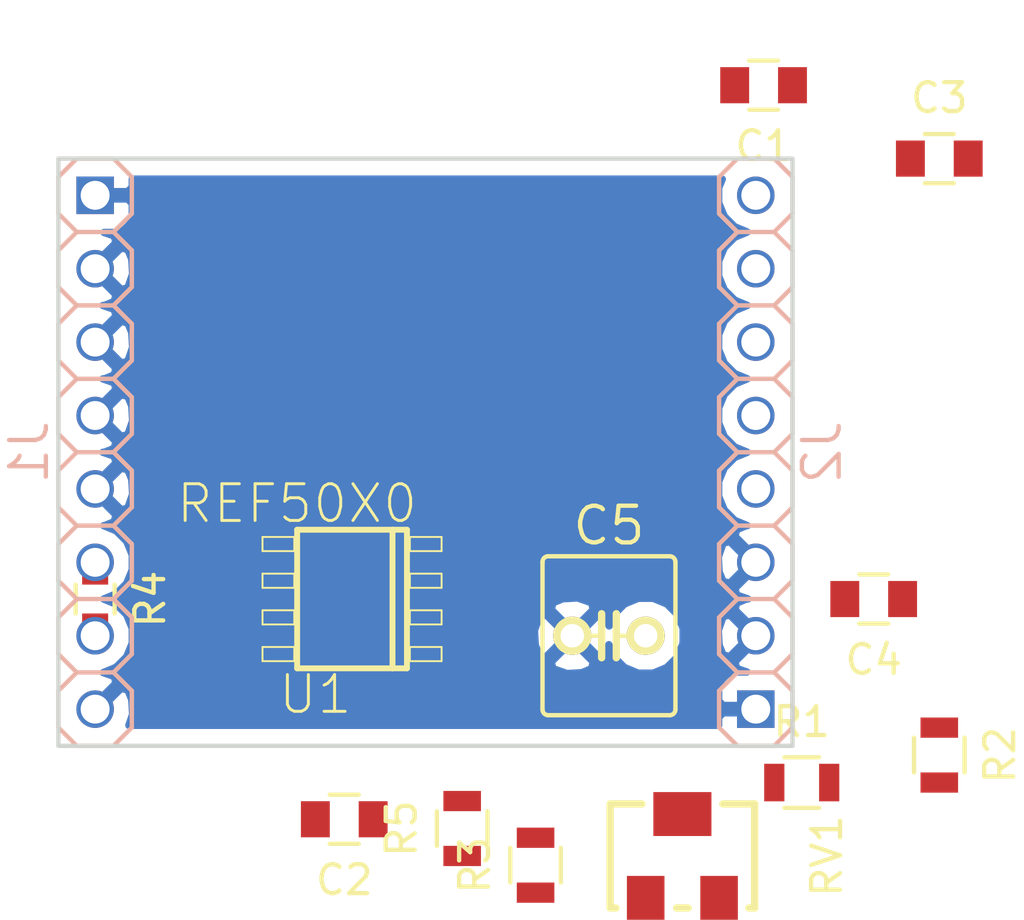
<source format=kicad_pcb>
(kicad_pcb (version 4) (host pcbnew 4.0.4+e1-6308~48~ubuntu16.04.1-stable)

  (general
    (links 32)
    (no_connects 23)
    (area 123.114999 72.314999 148.665001 92.785001)
    (thickness 1.6)
    (drawings 4)
    (tracks 0)
    (zones 0)
    (modules 14)
    (nets 12)
  )

  (page A4)
  (layers
    (0 F.Cu signal)
    (31 B.Cu signal)
    (32 B.Adhes user)
    (33 F.Adhes user)
    (34 B.Paste user)
    (35 F.Paste user)
    (36 B.SilkS user)
    (37 F.SilkS user)
    (38 B.Mask user)
    (39 F.Mask user)
    (40 Dwgs.User user)
    (41 Cmts.User user)
    (42 Eco1.User user)
    (43 Eco2.User user)
    (44 Edge.Cuts user)
    (45 Margin user)
    (46 B.CrtYd user)
    (47 F.CrtYd user)
    (48 B.Fab user)
    (49 F.Fab user)
  )

  (setup
    (last_trace_width 0.25)
    (trace_clearance 0.2)
    (zone_clearance 0.508)
    (zone_45_only no)
    (trace_min 0.2)
    (segment_width 0.2)
    (edge_width 0.15)
    (via_size 0.6)
    (via_drill 0.4)
    (via_min_size 0.4)
    (via_min_drill 0.3)
    (uvia_size 0.3)
    (uvia_drill 0.1)
    (uvias_allowed no)
    (uvia_min_size 0.2)
    (uvia_min_drill 0.1)
    (pcb_text_width 0.3)
    (pcb_text_size 1.5 1.5)
    (mod_edge_width 0.15)
    (mod_text_size 1 1)
    (mod_text_width 0.15)
    (pad_size 1.524 1.524)
    (pad_drill 0.762)
    (pad_to_mask_clearance 0.1)
    (aux_axis_origin 0 0)
    (visible_elements FFFFFF7F)
    (pcbplotparams
      (layerselection 0x00030_80000001)
      (usegerberextensions false)
      (excludeedgelayer true)
      (linewidth 0.100000)
      (plotframeref false)
      (viasonmask false)
      (mode 1)
      (useauxorigin false)
      (hpglpennumber 1)
      (hpglpenspeed 20)
      (hpglpendiameter 15)
      (hpglpenoverlay 2)
      (psnegative false)
      (psa4output false)
      (plotreference true)
      (plotvalue true)
      (plotinvisibletext false)
      (padsonsilk false)
      (subtractmaskfromsilk false)
      (outputformat 1)
      (mirror false)
      (drillshape 1)
      (scaleselection 1)
      (outputdirectory ""))
  )

  (net 0 "")
  (net 1 GND)
  (net 2 "Net-(C2-Pad1)")
  (net 3 "Net-(C3-Pad2)")
  (net 4 "Net-(R1-Pad1)")
  (net 5 "Net-(R3-Pad1)")
  (net 6 Vin)
  (net 7 Vref)
  (net 8 Sense)
  (net 9 RefTemp)
  (net 10 HeaterGround)
  (net 11 "Net-(R5-Pad2)")

  (net_class Default "This is the default net class."
    (clearance 0.2)
    (trace_width 0.25)
    (via_dia 0.6)
    (via_drill 0.4)
    (uvia_dia 0.3)
    (uvia_drill 0.1)
    (add_net GND)
    (add_net HeaterGround)
    (add_net "Net-(C2-Pad1)")
    (add_net "Net-(C3-Pad2)")
    (add_net "Net-(R1-Pad1)")
    (add_net "Net-(R3-Pad1)")
    (add_net "Net-(R5-Pad2)")
    (add_net RefTemp)
    (add_net Sense)
    (add_net Vin)
    (add_net Vref)
  )

  (module Capacitors_SMD:C_0805 (layer F.Cu) (tedit 5415D6EA) (tstamp 585AF2FD)
    (at 147.59 69.85 180)
    (descr "Capacitor SMD 0805, reflow soldering, AVX (see smccp.pdf)")
    (tags "capacitor 0805")
    (path /58545FD9)
    (attr smd)
    (fp_text reference C1 (at 0 -2.1 180) (layer F.SilkS)
      (effects (font (size 1 1) (thickness 0.15)))
    )
    (fp_text value 1u (at 0 2.1 180) (layer F.Fab)
      (effects (font (size 1 1) (thickness 0.15)))
    )
    (fp_line (start -1 0.625) (end -1 -0.625) (layer F.Fab) (width 0.15))
    (fp_line (start 1 0.625) (end -1 0.625) (layer F.Fab) (width 0.15))
    (fp_line (start 1 -0.625) (end 1 0.625) (layer F.Fab) (width 0.15))
    (fp_line (start -1 -0.625) (end 1 -0.625) (layer F.Fab) (width 0.15))
    (fp_line (start -1.8 -1) (end 1.8 -1) (layer F.CrtYd) (width 0.05))
    (fp_line (start -1.8 1) (end 1.8 1) (layer F.CrtYd) (width 0.05))
    (fp_line (start -1.8 -1) (end -1.8 1) (layer F.CrtYd) (width 0.05))
    (fp_line (start 1.8 -1) (end 1.8 1) (layer F.CrtYd) (width 0.05))
    (fp_line (start 0.5 -0.85) (end -0.5 -0.85) (layer F.SilkS) (width 0.15))
    (fp_line (start -0.5 0.85) (end 0.5 0.85) (layer F.SilkS) (width 0.15))
    (pad 1 smd rect (at -1 0 180) (size 1 1.25) (layers F.Cu F.Paste F.Mask)
      (net 1 GND))
    (pad 2 smd rect (at 1 0 180) (size 1 1.25) (layers F.Cu F.Paste F.Mask)
      (net 6 Vin))
    (model Capacitors_SMD.3dshapes/C_0805.wrl
      (at (xyz 0 0 0))
      (scale (xyz 1 1 1))
      (rotate (xyz 0 0 0))
    )
  )

  (module Capacitors_SMD:C_0805 (layer F.Cu) (tedit 5415D6EA) (tstamp 585AF30D)
    (at 133.08 95.25 180)
    (descr "Capacitor SMD 0805, reflow soldering, AVX (see smccp.pdf)")
    (tags "capacitor 0805")
    (path /58545DF7)
    (attr smd)
    (fp_text reference C2 (at 0 -2.1 180) (layer F.SilkS)
      (effects (font (size 1 1) (thickness 0.15)))
    )
    (fp_text value 1u (at 0 2.1 180) (layer F.Fab)
      (effects (font (size 1 1) (thickness 0.15)))
    )
    (fp_line (start -1 0.625) (end -1 -0.625) (layer F.Fab) (width 0.15))
    (fp_line (start 1 0.625) (end -1 0.625) (layer F.Fab) (width 0.15))
    (fp_line (start 1 -0.625) (end 1 0.625) (layer F.Fab) (width 0.15))
    (fp_line (start -1 -0.625) (end 1 -0.625) (layer F.Fab) (width 0.15))
    (fp_line (start -1.8 -1) (end 1.8 -1) (layer F.CrtYd) (width 0.05))
    (fp_line (start -1.8 1) (end 1.8 1) (layer F.CrtYd) (width 0.05))
    (fp_line (start -1.8 -1) (end -1.8 1) (layer F.CrtYd) (width 0.05))
    (fp_line (start 1.8 -1) (end 1.8 1) (layer F.CrtYd) (width 0.05))
    (fp_line (start 0.5 -0.85) (end -0.5 -0.85) (layer F.SilkS) (width 0.15))
    (fp_line (start -0.5 0.85) (end 0.5 0.85) (layer F.SilkS) (width 0.15))
    (pad 1 smd rect (at -1 0 180) (size 1 1.25) (layers F.Cu F.Paste F.Mask)
      (net 2 "Net-(C2-Pad1)"))
    (pad 2 smd rect (at 1 0 180) (size 1 1.25) (layers F.Cu F.Paste F.Mask)
      (net 1 GND))
    (model Capacitors_SMD.3dshapes/C_0805.wrl
      (at (xyz 0 0 0))
      (scale (xyz 1 1 1))
      (rotate (xyz 0 0 0))
    )
  )

  (module Capacitors_SMD:C_0805 (layer F.Cu) (tedit 5415D6EA) (tstamp 585AF31D)
    (at 153.67 72.39)
    (descr "Capacitor SMD 0805, reflow soldering, AVX (see smccp.pdf)")
    (tags "capacitor 0805")
    (path /5854616F)
    (attr smd)
    (fp_text reference C3 (at 0 -2.1) (layer F.SilkS)
      (effects (font (size 1 1) (thickness 0.15)))
    )
    (fp_text value 10u (at 0.508 6.985) (layer F.Fab)
      (effects (font (size 1 1) (thickness 0.15)))
    )
    (fp_line (start -1 0.625) (end -1 -0.625) (layer F.Fab) (width 0.15))
    (fp_line (start 1 0.625) (end -1 0.625) (layer F.Fab) (width 0.15))
    (fp_line (start 1 -0.625) (end 1 0.625) (layer F.Fab) (width 0.15))
    (fp_line (start -1 -0.625) (end 1 -0.625) (layer F.Fab) (width 0.15))
    (fp_line (start -1.8 -1) (end 1.8 -1) (layer F.CrtYd) (width 0.05))
    (fp_line (start -1.8 1) (end 1.8 1) (layer F.CrtYd) (width 0.05))
    (fp_line (start -1.8 -1) (end -1.8 1) (layer F.CrtYd) (width 0.05))
    (fp_line (start 1.8 -1) (end 1.8 1) (layer F.CrtYd) (width 0.05))
    (fp_line (start 0.5 -0.85) (end -0.5 -0.85) (layer F.SilkS) (width 0.15))
    (fp_line (start -0.5 0.85) (end 0.5 0.85) (layer F.SilkS) (width 0.15))
    (pad 1 smd rect (at -1 0) (size 1 1.25) (layers F.Cu F.Paste F.Mask)
      (net 1 GND))
    (pad 2 smd rect (at 1 0) (size 1 1.25) (layers F.Cu F.Paste F.Mask)
      (net 3 "Net-(C3-Pad2)"))
    (model Capacitors_SMD.3dshapes/C_0805.wrl
      (at (xyz 0 0 0))
      (scale (xyz 1 1 1))
      (rotate (xyz 0 0 0))
    )
  )

  (module Capacitors_SMD:C_0805 (layer F.Cu) (tedit 5415D6EA) (tstamp 585AF32D)
    (at 151.4 87.63 180)
    (descr "Capacitor SMD 0805, reflow soldering, AVX (see smccp.pdf)")
    (tags "capacitor 0805")
    (path /585461DE)
    (attr smd)
    (fp_text reference C4 (at 0 -2.1 180) (layer F.SilkS)
      (effects (font (size 1 1) (thickness 0.15)))
    )
    (fp_text value 1u (at 0 2.1 180) (layer F.Fab)
      (effects (font (size 1 1) (thickness 0.15)))
    )
    (fp_line (start -1 0.625) (end -1 -0.625) (layer F.Fab) (width 0.15))
    (fp_line (start 1 0.625) (end -1 0.625) (layer F.Fab) (width 0.15))
    (fp_line (start 1 -0.625) (end 1 0.625) (layer F.Fab) (width 0.15))
    (fp_line (start -1 -0.625) (end 1 -0.625) (layer F.Fab) (width 0.15))
    (fp_line (start -1.8 -1) (end 1.8 -1) (layer F.CrtYd) (width 0.05))
    (fp_line (start -1.8 1) (end 1.8 1) (layer F.CrtYd) (width 0.05))
    (fp_line (start -1.8 -1) (end -1.8 1) (layer F.CrtYd) (width 0.05))
    (fp_line (start 1.8 -1) (end 1.8 1) (layer F.CrtYd) (width 0.05))
    (fp_line (start 0.5 -0.85) (end -0.5 -0.85) (layer F.SilkS) (width 0.15))
    (fp_line (start -0.5 0.85) (end 0.5 0.85) (layer F.SilkS) (width 0.15))
    (pad 1 smd rect (at -1 0 180) (size 1 1.25) (layers F.Cu F.Paste F.Mask)
      (net 1 GND))
    (pad 2 smd rect (at 1 0 180) (size 1 1.25) (layers F.Cu F.Paste F.Mask)
      (net 7 Vref))
    (model Capacitors_SMD.3dshapes/C_0805.wrl
      (at (xyz 0 0 0))
      (scale (xyz 1 1 1))
      (rotate (xyz 0 0 0))
    )
  )

  (module Resistors_SMD:R_0805 (layer F.Cu) (tedit 58307B54) (tstamp 585AF351)
    (at 148.91 93.98)
    (descr "Resistor SMD 0805, reflow soldering, Vishay (see dcrcw.pdf)")
    (tags "resistor 0805")
    (path /58546469)
    (attr smd)
    (fp_text reference R1 (at 0 -2.1) (layer F.SilkS)
      (effects (font (size 1 1) (thickness 0.15)))
    )
    (fp_text value 470k (at 0 2.1) (layer F.Fab)
      (effects (font (size 1 1) (thickness 0.15)))
    )
    (fp_line (start -1 0.625) (end -1 -0.625) (layer F.Fab) (width 0.1))
    (fp_line (start 1 0.625) (end -1 0.625) (layer F.Fab) (width 0.1))
    (fp_line (start 1 -0.625) (end 1 0.625) (layer F.Fab) (width 0.1))
    (fp_line (start -1 -0.625) (end 1 -0.625) (layer F.Fab) (width 0.1))
    (fp_line (start -1.6 -1) (end 1.6 -1) (layer F.CrtYd) (width 0.05))
    (fp_line (start -1.6 1) (end 1.6 1) (layer F.CrtYd) (width 0.05))
    (fp_line (start -1.6 -1) (end -1.6 1) (layer F.CrtYd) (width 0.05))
    (fp_line (start 1.6 -1) (end 1.6 1) (layer F.CrtYd) (width 0.05))
    (fp_line (start 0.6 0.875) (end -0.6 0.875) (layer F.SilkS) (width 0.15))
    (fp_line (start -0.6 -0.875) (end 0.6 -0.875) (layer F.SilkS) (width 0.15))
    (pad 1 smd rect (at -0.95 0) (size 0.7 1.3) (layers F.Cu F.Paste F.Mask)
      (net 4 "Net-(R1-Pad1)"))
    (pad 2 smd rect (at 0.95 0) (size 0.7 1.3) (layers F.Cu F.Paste F.Mask)
      (net 2 "Net-(C2-Pad1)"))
    (model Resistors_SMD.3dshapes/R_0805.wrl
      (at (xyz 0 0 0))
      (scale (xyz 1 1 1))
      (rotate (xyz 0 0 0))
    )
  )

  (module Resistors_SMD:R_0805 (layer F.Cu) (tedit 58307B54) (tstamp 585AF361)
    (at 153.67 93.03 270)
    (descr "Resistor SMD 0805, reflow soldering, Vishay (see dcrcw.pdf)")
    (tags "resistor 0805")
    (path /58546B54)
    (attr smd)
    (fp_text reference R2 (at 0 -2.1 270) (layer F.SilkS)
      (effects (font (size 1 1) (thickness 0.15)))
    )
    (fp_text value 1 (at 0 2.1 270) (layer F.Fab)
      (effects (font (size 1 1) (thickness 0.15)))
    )
    (fp_line (start -1 0.625) (end -1 -0.625) (layer F.Fab) (width 0.1))
    (fp_line (start 1 0.625) (end -1 0.625) (layer F.Fab) (width 0.1))
    (fp_line (start 1 -0.625) (end 1 0.625) (layer F.Fab) (width 0.1))
    (fp_line (start -1 -0.625) (end 1 -0.625) (layer F.Fab) (width 0.1))
    (fp_line (start -1.6 -1) (end 1.6 -1) (layer F.CrtYd) (width 0.05))
    (fp_line (start -1.6 1) (end 1.6 1) (layer F.CrtYd) (width 0.05))
    (fp_line (start -1.6 -1) (end -1.6 1) (layer F.CrtYd) (width 0.05))
    (fp_line (start 1.6 -1) (end 1.6 1) (layer F.CrtYd) (width 0.05))
    (fp_line (start 0.6 0.875) (end -0.6 0.875) (layer F.SilkS) (width 0.15))
    (fp_line (start -0.6 -0.875) (end 0.6 -0.875) (layer F.SilkS) (width 0.15))
    (pad 1 smd rect (at -0.95 0 270) (size 0.7 1.3) (layers F.Cu F.Paste F.Mask)
      (net 3 "Net-(C3-Pad2)"))
    (pad 2 smd rect (at 0.95 0 270) (size 0.7 1.3) (layers F.Cu F.Paste F.Mask)
      (net 7 Vref))
    (model Resistors_SMD.3dshapes/R_0805.wrl
      (at (xyz 0 0 0))
      (scale (xyz 1 1 1))
      (rotate (xyz 0 0 0))
    )
  )

  (module Resistors_SMD:R_0805 (layer F.Cu) (tedit 58307B54) (tstamp 585AF371)
    (at 139.7 96.84 90)
    (descr "Resistor SMD 0805, reflow soldering, Vishay (see dcrcw.pdf)")
    (tags "resistor 0805")
    (path /585467AF)
    (attr smd)
    (fp_text reference R3 (at 0 -2.1 90) (layer F.SilkS)
      (effects (font (size 1 1) (thickness 0.15)))
    )
    (fp_text value 1k (at 0 2.1 90) (layer F.Fab)
      (effects (font (size 1 1) (thickness 0.15)))
    )
    (fp_line (start -1 0.625) (end -1 -0.625) (layer F.Fab) (width 0.1))
    (fp_line (start 1 0.625) (end -1 0.625) (layer F.Fab) (width 0.1))
    (fp_line (start 1 -0.625) (end 1 0.625) (layer F.Fab) (width 0.1))
    (fp_line (start -1 -0.625) (end 1 -0.625) (layer F.Fab) (width 0.1))
    (fp_line (start -1.6 -1) (end 1.6 -1) (layer F.CrtYd) (width 0.05))
    (fp_line (start -1.6 1) (end 1.6 1) (layer F.CrtYd) (width 0.05))
    (fp_line (start -1.6 -1) (end -1.6 1) (layer F.CrtYd) (width 0.05))
    (fp_line (start 1.6 -1) (end 1.6 1) (layer F.CrtYd) (width 0.05))
    (fp_line (start 0.6 0.875) (end -0.6 0.875) (layer F.SilkS) (width 0.15))
    (fp_line (start -0.6 -0.875) (end 0.6 -0.875) (layer F.SilkS) (width 0.15))
    (pad 1 smd rect (at -0.95 0 90) (size 0.7 1.3) (layers F.Cu F.Paste F.Mask)
      (net 5 "Net-(R3-Pad1)"))
    (pad 2 smd rect (at 0.95 0 90) (size 0.7 1.3) (layers F.Cu F.Paste F.Mask)
      (net 1 GND))
    (model Resistors_SMD.3dshapes/R_0805.wrl
      (at (xyz 0 0 0))
      (scale (xyz 1 1 1))
      (rotate (xyz 0 0 0))
    )
  )

  (module SquantorIC:SquantorIC-SO08 (layer F.Cu) (tedit 200000) (tstamp 585AF472)
    (at 133.35 87.63 90)
    (descr "SMALL OUTLINE PACKAGE 8")
    (tags "SMALL OUTLINE PACKAGE 8")
    (path /584C8585)
    (attr smd)
    (fp_text reference U1 (at -3.302 -1.27 180) (layer F.SilkS)
      (effects (font (size 1.27 1.27) (thickness 0.1016)))
    )
    (fp_text value REF50X0 (at 3.302 -1.905 180) (layer F.SilkS)
      (effects (font (size 1.27 1.27) (thickness 0.1016)))
    )
    (fp_line (start -2.14884 3.0988) (end -1.65862 3.0988) (layer F.SilkS) (width 0.06604))
    (fp_line (start -1.65862 3.0988) (end -1.65862 1.99898) (layer F.SilkS) (width 0.06604))
    (fp_line (start -2.14884 1.99898) (end -1.65862 1.99898) (layer F.SilkS) (width 0.06604))
    (fp_line (start -2.14884 3.0988) (end -2.14884 1.99898) (layer F.SilkS) (width 0.06604))
    (fp_line (start -0.87884 3.0988) (end -0.38862 3.0988) (layer F.SilkS) (width 0.06604))
    (fp_line (start -0.38862 3.0988) (end -0.38862 1.99898) (layer F.SilkS) (width 0.06604))
    (fp_line (start -0.87884 1.99898) (end -0.38862 1.99898) (layer F.SilkS) (width 0.06604))
    (fp_line (start -0.87884 3.0988) (end -0.87884 1.99898) (layer F.SilkS) (width 0.06604))
    (fp_line (start 0.38862 3.0988) (end 0.87884 3.0988) (layer F.SilkS) (width 0.06604))
    (fp_line (start 0.87884 3.0988) (end 0.87884 1.99898) (layer F.SilkS) (width 0.06604))
    (fp_line (start 0.38862 1.99898) (end 0.87884 1.99898) (layer F.SilkS) (width 0.06604))
    (fp_line (start 0.38862 3.0988) (end 0.38862 1.99898) (layer F.SilkS) (width 0.06604))
    (fp_line (start 1.65862 3.0988) (end 2.14884 3.0988) (layer F.SilkS) (width 0.06604))
    (fp_line (start 2.14884 3.0988) (end 2.14884 1.99898) (layer F.SilkS) (width 0.06604))
    (fp_line (start 1.65862 1.99898) (end 2.14884 1.99898) (layer F.SilkS) (width 0.06604))
    (fp_line (start 1.65862 3.0988) (end 1.65862 1.99898) (layer F.SilkS) (width 0.06604))
    (fp_line (start 1.65862 -1.99898) (end 2.14884 -1.99898) (layer F.SilkS) (width 0.06604))
    (fp_line (start 2.14884 -1.99898) (end 2.14884 -3.0988) (layer F.SilkS) (width 0.06604))
    (fp_line (start 1.65862 -3.0988) (end 2.14884 -3.0988) (layer F.SilkS) (width 0.06604))
    (fp_line (start 1.65862 -1.99898) (end 1.65862 -3.0988) (layer F.SilkS) (width 0.06604))
    (fp_line (start 0.38862 -1.99898) (end 0.87884 -1.99898) (layer F.SilkS) (width 0.06604))
    (fp_line (start 0.87884 -1.99898) (end 0.87884 -3.0988) (layer F.SilkS) (width 0.06604))
    (fp_line (start 0.38862 -3.0988) (end 0.87884 -3.0988) (layer F.SilkS) (width 0.06604))
    (fp_line (start 0.38862 -1.99898) (end 0.38862 -3.0988) (layer F.SilkS) (width 0.06604))
    (fp_line (start -0.87884 -1.99898) (end -0.38862 -1.99898) (layer F.SilkS) (width 0.06604))
    (fp_line (start -0.38862 -1.99898) (end -0.38862 -3.0988) (layer F.SilkS) (width 0.06604))
    (fp_line (start -0.87884 -3.0988) (end -0.38862 -3.0988) (layer F.SilkS) (width 0.06604))
    (fp_line (start -0.87884 -1.99898) (end -0.87884 -3.0988) (layer F.SilkS) (width 0.06604))
    (fp_line (start -2.14884 -1.99898) (end -1.65862 -1.99898) (layer F.SilkS) (width 0.06604))
    (fp_line (start -1.65862 -1.99898) (end -1.65862 -3.0988) (layer F.SilkS) (width 0.06604))
    (fp_line (start -2.14884 -3.0988) (end -1.65862 -3.0988) (layer F.SilkS) (width 0.06604))
    (fp_line (start -2.14884 -1.99898) (end -2.14884 -3.0988) (layer F.SilkS) (width 0.06604))
    (fp_line (start 2.39776 -1.89992) (end 2.39776 1.39954) (layer F.SilkS) (width 0.2032))
    (fp_line (start 2.39776 1.39954) (end 2.39776 1.89992) (layer F.SilkS) (width 0.2032))
    (fp_line (start 2.39776 1.89992) (end -2.39776 1.89992) (layer F.SilkS) (width 0.2032))
    (fp_line (start -2.39776 1.89992) (end -2.39776 1.39954) (layer F.SilkS) (width 0.2032))
    (fp_line (start -2.39776 1.39954) (end -2.39776 -1.89992) (layer F.SilkS) (width 0.2032))
    (fp_line (start -2.39776 -1.89992) (end 2.39776 -1.89992) (layer F.SilkS) (width 0.2032))
    (fp_line (start 2.39776 1.39954) (end -2.39776 1.39954) (layer F.SilkS) (width 0.2032))
    (pad 1 smd rect (at -1.905 2.59842 90) (size 0.59944 2.19964) (layers F.Cu F.Paste F.Mask))
    (pad 2 smd rect (at -0.635 2.59842 90) (size 0.59944 2.19964) (layers F.Cu F.Paste F.Mask)
      (net 6 Vin))
    (pad 3 smd rect (at 0.635 2.59842 90) (size 0.59944 2.19964) (layers F.Cu F.Paste F.Mask)
      (net 9 RefTemp))
    (pad 4 smd rect (at 1.905 2.59842 90) (size 0.59944 2.19964) (layers F.Cu F.Paste F.Mask)
      (net 1 GND))
    (pad 5 smd rect (at 1.905 -2.59842 90) (size 0.59944 2.19964) (layers F.Cu F.Paste F.Mask)
      (net 2 "Net-(C2-Pad1)"))
    (pad 6 smd rect (at 0.635 -2.59842 90) (size 0.59944 2.19964) (layers F.Cu F.Paste F.Mask)
      (net 7 Vref))
    (pad 7 smd rect (at -0.635 -2.59842 90) (size 0.59944 2.19964) (layers F.Cu F.Paste F.Mask))
    (pad 8 smd rect (at -1.905 -2.59842 90) (size 0.59944 2.19964) (layers F.Cu F.Paste F.Mask))
  )

  (module SquantorRcl:C025-055X046 (layer F.Cu) (tedit 5870D9DB) (tstamp 5871A647)
    (at 142.24 88.9)
    (descr CAPACITOR)
    (tags CAPACITOR)
    (path /58714F31)
    (attr virtual)
    (fp_text reference C5 (at 0 -3.81) (layer F.SilkS)
      (effects (font (size 1.27 1.27) (thickness 0.15)))
    )
    (fp_text value 4.7u (at 0 3.81) (layer F.Fab)
      (effects (font (size 1.27 1.27) (thickness 0.15)))
    )
    (fp_line (start -2.1 -2.75) (end 2.1 -2.75) (layer F.SilkS) (width 0.1524))
    (fp_line (start 2.1 2.75) (end -2.1 2.75) (layer F.SilkS) (width 0.1524))
    (fp_line (start 2.3 -2.55) (end 2.3 2.55) (layer F.SilkS) (width 0.1524))
    (fp_line (start -2.3 -2.55) (end -2.3 2.55) (layer F.SilkS) (width 0.1524))
    (fp_line (start 0.762 0) (end 0.381 0) (layer F.SilkS) (width 0.1524))
    (fp_line (start 0.381 0) (end 0.254 0) (layer F.SilkS) (width 0.1524))
    (fp_line (start 0.254 0) (end 0.254 -0.762) (layer F.SilkS) (width 0.254))
    (fp_line (start 0.254 0) (end 0.254 0.762) (layer F.SilkS) (width 0.254))
    (fp_line (start -0.254 -0.762) (end -0.254 0) (layer F.SilkS) (width 0.254))
    (fp_line (start -0.254 0) (end -0.254 0.762) (layer F.SilkS) (width 0.254))
    (fp_line (start -0.254 0) (end -0.381 0) (layer F.SilkS) (width 0.1524))
    (fp_line (start -0.381 0) (end -0.762 0) (layer F.SilkS) (width 0.1524))
    (fp_arc (start 2.1 -2.55) (end 2.1 -2.75) (angle 90) (layer F.SilkS) (width 0.1524))
    (fp_arc (start -2.1 -2.55) (end -2.3 -2.53) (angle 93) (layer F.SilkS) (width 0.1524))
    (fp_arc (start 2.1 2.55) (end 2.3 2.55) (angle 90) (layer F.SilkS) (width 0.1524))
    (fp_arc (start -2.1 2.55) (end -2.1 2.75) (angle 90) (layer F.SilkS) (width 0.1524))
    (pad 1 thru_hole circle (at -1.27 0) (size 1.3208 1.3208) (drill 0.8128) (layers *.Cu *.Mask F.Paste F.SilkS)
      (net 1 GND))
    (pad 2 thru_hole circle (at 1.27 0) (size 1.3208 1.3208) (drill 0.8128) (layers *.Cu *.Mask F.Paste F.SilkS)
      (net 3 "Net-(C3-Pad2)"))
  )

  (module SquantorConnectors:Header-0254-1X08-H010 (layer B.Cu) (tedit 58711B53) (tstamp 5871A648)
    (at 124.46 82.55 270)
    (descr "PIN HEADER")
    (tags "PIN HEADER")
    (path /587141B7)
    (attr virtual)
    (fp_text reference J1 (at 0 2.286 270) (layer B.SilkS)
      (effects (font (size 1.27 1.27) (thickness 0.15)) (justify mirror))
    )
    (fp_text value PINS_1X8 (at 0 -2.413 270) (layer B.Fab)
      (effects (font (size 1.27 1.27) (thickness 0.15)) (justify mirror))
    )
    (fp_line (start 5.715 1.27) (end 6.985 1.27) (layer B.SilkS) (width 0.1524))
    (fp_line (start 6.985 1.27) (end 7.62 0.635) (layer B.SilkS) (width 0.1524))
    (fp_line (start 7.62 0.635) (end 7.62 -0.635) (layer B.SilkS) (width 0.1524))
    (fp_line (start 7.62 -0.635) (end 6.985 -1.27) (layer B.SilkS) (width 0.1524))
    (fp_line (start 2.54 0.635) (end 3.175 1.27) (layer B.SilkS) (width 0.1524))
    (fp_line (start 3.175 1.27) (end 4.445 1.27) (layer B.SilkS) (width 0.1524))
    (fp_line (start 4.445 1.27) (end 5.08 0.635) (layer B.SilkS) (width 0.1524))
    (fp_line (start 5.08 0.635) (end 5.08 -0.635) (layer B.SilkS) (width 0.1524))
    (fp_line (start 5.08 -0.635) (end 4.445 -1.27) (layer B.SilkS) (width 0.1524))
    (fp_line (start 4.445 -1.27) (end 3.175 -1.27) (layer B.SilkS) (width 0.1524))
    (fp_line (start 3.175 -1.27) (end 2.54 -0.635) (layer B.SilkS) (width 0.1524))
    (fp_line (start 5.715 1.27) (end 5.08 0.635) (layer B.SilkS) (width 0.1524))
    (fp_line (start 5.08 -0.635) (end 5.715 -1.27) (layer B.SilkS) (width 0.1524))
    (fp_line (start 6.985 -1.27) (end 5.715 -1.27) (layer B.SilkS) (width 0.1524))
    (fp_line (start -1.905 1.27) (end -0.635 1.27) (layer B.SilkS) (width 0.1524))
    (fp_line (start -0.635 1.27) (end 0 0.635) (layer B.SilkS) (width 0.1524))
    (fp_line (start 0 0.635) (end 0 -0.635) (layer B.SilkS) (width 0.1524))
    (fp_line (start 0 -0.635) (end -0.635 -1.27) (layer B.SilkS) (width 0.1524))
    (fp_line (start 0 0.635) (end 0.635 1.27) (layer B.SilkS) (width 0.1524))
    (fp_line (start 0.635 1.27) (end 1.905 1.27) (layer B.SilkS) (width 0.1524))
    (fp_line (start 1.905 1.27) (end 2.54 0.635) (layer B.SilkS) (width 0.1524))
    (fp_line (start 2.54 0.635) (end 2.54 -0.635) (layer B.SilkS) (width 0.1524))
    (fp_line (start 2.54 -0.635) (end 1.905 -1.27) (layer B.SilkS) (width 0.1524))
    (fp_line (start 1.905 -1.27) (end 0.635 -1.27) (layer B.SilkS) (width 0.1524))
    (fp_line (start 0.635 -1.27) (end 0 -0.635) (layer B.SilkS) (width 0.1524))
    (fp_line (start -5.08 0.635) (end -4.445 1.27) (layer B.SilkS) (width 0.1524))
    (fp_line (start -4.445 1.27) (end -3.175 1.27) (layer B.SilkS) (width 0.1524))
    (fp_line (start -3.175 1.27) (end -2.54 0.635) (layer B.SilkS) (width 0.1524))
    (fp_line (start -2.54 0.635) (end -2.54 -0.635) (layer B.SilkS) (width 0.1524))
    (fp_line (start -2.54 -0.635) (end -3.175 -1.27) (layer B.SilkS) (width 0.1524))
    (fp_line (start -3.175 -1.27) (end -4.445 -1.27) (layer B.SilkS) (width 0.1524))
    (fp_line (start -4.445 -1.27) (end -5.08 -0.635) (layer B.SilkS) (width 0.1524))
    (fp_line (start -1.905 1.27) (end -2.54 0.635) (layer B.SilkS) (width 0.1524))
    (fp_line (start -2.54 -0.635) (end -1.905 -1.27) (layer B.SilkS) (width 0.1524))
    (fp_line (start -0.635 -1.27) (end -1.905 -1.27) (layer B.SilkS) (width 0.1524))
    (fp_line (start -9.525 1.27) (end -8.255 1.27) (layer B.SilkS) (width 0.1524))
    (fp_line (start -8.255 1.27) (end -7.62 0.635) (layer B.SilkS) (width 0.1524))
    (fp_line (start -7.62 0.635) (end -7.62 -0.635) (layer B.SilkS) (width 0.1524))
    (fp_line (start -7.62 -0.635) (end -8.255 -1.27) (layer B.SilkS) (width 0.1524))
    (fp_line (start -7.62 0.635) (end -6.985 1.27) (layer B.SilkS) (width 0.1524))
    (fp_line (start -6.985 1.27) (end -5.715 1.27) (layer B.SilkS) (width 0.1524))
    (fp_line (start -5.715 1.27) (end -5.08 0.635) (layer B.SilkS) (width 0.1524))
    (fp_line (start -5.08 0.635) (end -5.08 -0.635) (layer B.SilkS) (width 0.1524))
    (fp_line (start -5.08 -0.635) (end -5.715 -1.27) (layer B.SilkS) (width 0.1524))
    (fp_line (start -5.715 -1.27) (end -6.985 -1.27) (layer B.SilkS) (width 0.1524))
    (fp_line (start -6.985 -1.27) (end -7.62 -0.635) (layer B.SilkS) (width 0.1524))
    (fp_line (start -10.16 0.635) (end -10.16 -0.635) (layer B.SilkS) (width 0.1524))
    (fp_line (start -9.525 1.27) (end -10.16 0.635) (layer B.SilkS) (width 0.1524))
    (fp_line (start -10.16 -0.635) (end -9.525 -1.27) (layer B.SilkS) (width 0.1524))
    (fp_line (start -8.255 -1.27) (end -9.525 -1.27) (layer B.SilkS) (width 0.1524))
    (fp_line (start 8.255 1.27) (end 9.525 1.27) (layer B.SilkS) (width 0.1524))
    (fp_line (start 9.525 1.27) (end 10.16 0.635) (layer B.SilkS) (width 0.1524))
    (fp_line (start 10.16 0.635) (end 10.16 -0.635) (layer B.SilkS) (width 0.1524))
    (fp_line (start 10.16 -0.635) (end 9.525 -1.27) (layer B.SilkS) (width 0.1524))
    (fp_line (start 8.255 1.27) (end 7.62 0.635) (layer B.SilkS) (width 0.1524))
    (fp_line (start 7.62 -0.635) (end 8.255 -1.27) (layer B.SilkS) (width 0.1524))
    (fp_line (start 9.525 -1.27) (end 8.255 -1.27) (layer B.SilkS) (width 0.1524))
    (pad 1 thru_hole rect (at -8.89 0 90) (size 1.3 1.3) (drill 1) (layers *.Cu *.Mask)
      (net 1 GND))
    (pad 2 thru_hole circle (at -6.35 0 90) (size 1.3 1.3) (drill 1) (layers *.Cu *.Mask)
      (net 1 GND))
    (pad 3 thru_hole circle (at -3.81 0 90) (size 1.3 1.3) (drill 1) (layers *.Cu *.Mask)
      (net 1 GND))
    (pad 4 thru_hole circle (at -1.27 0 90) (size 1.3 1.3) (drill 1) (layers *.Cu *.Mask)
      (net 1 GND))
    (pad 5 thru_hole circle (at 1.27 0 90) (size 1.3 1.3) (drill 1) (layers *.Cu *.Mask)
      (net 1 GND))
    (pad 6 thru_hole circle (at 3.81 0 90) (size 1.3 1.3) (drill 1) (layers *.Cu *.Mask)
      (net 8 Sense))
    (pad 7 thru_hole circle (at 6.35 0 90) (size 1.3 1.3) (drill 1) (layers *.Cu *.Mask)
      (net 7 Vref))
    (pad 8 thru_hole circle (at 8.89 0 90) (size 1.3 1.3) (drill 1) (layers *.Cu *.Mask)
      (net 1 GND))
  )

  (module SquantorConnectors:Header-0254-1X08-H010 (layer B.Cu) (tedit 58711B53) (tstamp 5871A653)
    (at 147.32 82.55 90)
    (descr "PIN HEADER")
    (tags "PIN HEADER")
    (path /58714222)
    (attr virtual)
    (fp_text reference J2 (at 0 2.286 90) (layer B.SilkS)
      (effects (font (size 1.27 1.27) (thickness 0.15)) (justify mirror))
    )
    (fp_text value PINS_1X8 (at 0 -2.413 90) (layer B.Fab)
      (effects (font (size 1.27 1.27) (thickness 0.15)) (justify mirror))
    )
    (fp_line (start 5.715 1.27) (end 6.985 1.27) (layer B.SilkS) (width 0.1524))
    (fp_line (start 6.985 1.27) (end 7.62 0.635) (layer B.SilkS) (width 0.1524))
    (fp_line (start 7.62 0.635) (end 7.62 -0.635) (layer B.SilkS) (width 0.1524))
    (fp_line (start 7.62 -0.635) (end 6.985 -1.27) (layer B.SilkS) (width 0.1524))
    (fp_line (start 2.54 0.635) (end 3.175 1.27) (layer B.SilkS) (width 0.1524))
    (fp_line (start 3.175 1.27) (end 4.445 1.27) (layer B.SilkS) (width 0.1524))
    (fp_line (start 4.445 1.27) (end 5.08 0.635) (layer B.SilkS) (width 0.1524))
    (fp_line (start 5.08 0.635) (end 5.08 -0.635) (layer B.SilkS) (width 0.1524))
    (fp_line (start 5.08 -0.635) (end 4.445 -1.27) (layer B.SilkS) (width 0.1524))
    (fp_line (start 4.445 -1.27) (end 3.175 -1.27) (layer B.SilkS) (width 0.1524))
    (fp_line (start 3.175 -1.27) (end 2.54 -0.635) (layer B.SilkS) (width 0.1524))
    (fp_line (start 5.715 1.27) (end 5.08 0.635) (layer B.SilkS) (width 0.1524))
    (fp_line (start 5.08 -0.635) (end 5.715 -1.27) (layer B.SilkS) (width 0.1524))
    (fp_line (start 6.985 -1.27) (end 5.715 -1.27) (layer B.SilkS) (width 0.1524))
    (fp_line (start -1.905 1.27) (end -0.635 1.27) (layer B.SilkS) (width 0.1524))
    (fp_line (start -0.635 1.27) (end 0 0.635) (layer B.SilkS) (width 0.1524))
    (fp_line (start 0 0.635) (end 0 -0.635) (layer B.SilkS) (width 0.1524))
    (fp_line (start 0 -0.635) (end -0.635 -1.27) (layer B.SilkS) (width 0.1524))
    (fp_line (start 0 0.635) (end 0.635 1.27) (layer B.SilkS) (width 0.1524))
    (fp_line (start 0.635 1.27) (end 1.905 1.27) (layer B.SilkS) (width 0.1524))
    (fp_line (start 1.905 1.27) (end 2.54 0.635) (layer B.SilkS) (width 0.1524))
    (fp_line (start 2.54 0.635) (end 2.54 -0.635) (layer B.SilkS) (width 0.1524))
    (fp_line (start 2.54 -0.635) (end 1.905 -1.27) (layer B.SilkS) (width 0.1524))
    (fp_line (start 1.905 -1.27) (end 0.635 -1.27) (layer B.SilkS) (width 0.1524))
    (fp_line (start 0.635 -1.27) (end 0 -0.635) (layer B.SilkS) (width 0.1524))
    (fp_line (start -5.08 0.635) (end -4.445 1.27) (layer B.SilkS) (width 0.1524))
    (fp_line (start -4.445 1.27) (end -3.175 1.27) (layer B.SilkS) (width 0.1524))
    (fp_line (start -3.175 1.27) (end -2.54 0.635) (layer B.SilkS) (width 0.1524))
    (fp_line (start -2.54 0.635) (end -2.54 -0.635) (layer B.SilkS) (width 0.1524))
    (fp_line (start -2.54 -0.635) (end -3.175 -1.27) (layer B.SilkS) (width 0.1524))
    (fp_line (start -3.175 -1.27) (end -4.445 -1.27) (layer B.SilkS) (width 0.1524))
    (fp_line (start -4.445 -1.27) (end -5.08 -0.635) (layer B.SilkS) (width 0.1524))
    (fp_line (start -1.905 1.27) (end -2.54 0.635) (layer B.SilkS) (width 0.1524))
    (fp_line (start -2.54 -0.635) (end -1.905 -1.27) (layer B.SilkS) (width 0.1524))
    (fp_line (start -0.635 -1.27) (end -1.905 -1.27) (layer B.SilkS) (width 0.1524))
    (fp_line (start -9.525 1.27) (end -8.255 1.27) (layer B.SilkS) (width 0.1524))
    (fp_line (start -8.255 1.27) (end -7.62 0.635) (layer B.SilkS) (width 0.1524))
    (fp_line (start -7.62 0.635) (end -7.62 -0.635) (layer B.SilkS) (width 0.1524))
    (fp_line (start -7.62 -0.635) (end -8.255 -1.27) (layer B.SilkS) (width 0.1524))
    (fp_line (start -7.62 0.635) (end -6.985 1.27) (layer B.SilkS) (width 0.1524))
    (fp_line (start -6.985 1.27) (end -5.715 1.27) (layer B.SilkS) (width 0.1524))
    (fp_line (start -5.715 1.27) (end -5.08 0.635) (layer B.SilkS) (width 0.1524))
    (fp_line (start -5.08 0.635) (end -5.08 -0.635) (layer B.SilkS) (width 0.1524))
    (fp_line (start -5.08 -0.635) (end -5.715 -1.27) (layer B.SilkS) (width 0.1524))
    (fp_line (start -5.715 -1.27) (end -6.985 -1.27) (layer B.SilkS) (width 0.1524))
    (fp_line (start -6.985 -1.27) (end -7.62 -0.635) (layer B.SilkS) (width 0.1524))
    (fp_line (start -10.16 0.635) (end -10.16 -0.635) (layer B.SilkS) (width 0.1524))
    (fp_line (start -9.525 1.27) (end -10.16 0.635) (layer B.SilkS) (width 0.1524))
    (fp_line (start -10.16 -0.635) (end -9.525 -1.27) (layer B.SilkS) (width 0.1524))
    (fp_line (start -8.255 -1.27) (end -9.525 -1.27) (layer B.SilkS) (width 0.1524))
    (fp_line (start 8.255 1.27) (end 9.525 1.27) (layer B.SilkS) (width 0.1524))
    (fp_line (start 9.525 1.27) (end 10.16 0.635) (layer B.SilkS) (width 0.1524))
    (fp_line (start 10.16 0.635) (end 10.16 -0.635) (layer B.SilkS) (width 0.1524))
    (fp_line (start 10.16 -0.635) (end 9.525 -1.27) (layer B.SilkS) (width 0.1524))
    (fp_line (start 8.255 1.27) (end 7.62 0.635) (layer B.SilkS) (width 0.1524))
    (fp_line (start 7.62 -0.635) (end 8.255 -1.27) (layer B.SilkS) (width 0.1524))
    (fp_line (start 9.525 -1.27) (end 8.255 -1.27) (layer B.SilkS) (width 0.1524))
    (pad 1 thru_hole rect (at -8.89 0 270) (size 1.3 1.3) (drill 1) (layers *.Cu *.Mask)
      (net 1 GND))
    (pad 2 thru_hole circle (at -6.35 0 270) (size 1.3 1.3) (drill 1) (layers *.Cu *.Mask)
      (net 1 GND))
    (pad 3 thru_hole circle (at -3.81 0 270) (size 1.3 1.3) (drill 1) (layers *.Cu *.Mask)
      (net 1 GND))
    (pad 4 thru_hole circle (at -1.27 0 270) (size 1.3 1.3) (drill 1) (layers *.Cu *.Mask)
      (net 9 RefTemp))
    (pad 5 thru_hole circle (at 1.27 0 270) (size 1.3 1.3) (drill 1) (layers *.Cu *.Mask)
      (net 6 Vin))
    (pad 6 thru_hole circle (at 3.81 0 270) (size 1.3 1.3) (drill 1) (layers *.Cu *.Mask)
      (net 10 HeaterGround))
    (pad 7 thru_hole circle (at 6.35 0 270) (size 1.3 1.3) (drill 1) (layers *.Cu *.Mask)
      (net 10 HeaterGround))
    (pad 8 thru_hole circle (at 8.89 0 270) (size 1.3 1.3) (drill 1) (layers *.Cu *.Mask))
  )

  (module Resistors_SMD:R_0805 (layer F.Cu) (tedit 58307B54) (tstamp 5871A67D)
    (at 137.16 95.57 90)
    (descr "Resistor SMD 0805, reflow soldering, Vishay (see dcrcw.pdf)")
    (tags "resistor 0805")
    (path /58714AF0)
    (attr smd)
    (fp_text reference R5 (at 0 -2.1 90) (layer F.SilkS)
      (effects (font (size 1 1) (thickness 0.15)))
    )
    (fp_text value 0 (at 0 2.1 90) (layer F.Fab)
      (effects (font (size 1 1) (thickness 0.15)))
    )
    (fp_line (start -1 0.625) (end -1 -0.625) (layer F.Fab) (width 0.1))
    (fp_line (start 1 0.625) (end -1 0.625) (layer F.Fab) (width 0.1))
    (fp_line (start 1 -0.625) (end 1 0.625) (layer F.Fab) (width 0.1))
    (fp_line (start -1 -0.625) (end 1 -0.625) (layer F.Fab) (width 0.1))
    (fp_line (start -1.6 -1) (end 1.6 -1) (layer F.CrtYd) (width 0.05))
    (fp_line (start -1.6 1) (end 1.6 1) (layer F.CrtYd) (width 0.05))
    (fp_line (start -1.6 -1) (end -1.6 1) (layer F.CrtYd) (width 0.05))
    (fp_line (start 1.6 -1) (end 1.6 1) (layer F.CrtYd) (width 0.05))
    (fp_line (start 0.6 0.875) (end -0.6 0.875) (layer F.SilkS) (width 0.15))
    (fp_line (start -0.6 -0.875) (end 0.6 -0.875) (layer F.SilkS) (width 0.15))
    (pad 1 smd rect (at -0.95 0 90) (size 0.7 1.3) (layers F.Cu F.Paste F.Mask)
      (net 7 Vref))
    (pad 2 smd rect (at 0.95 0 90) (size 0.7 1.3) (layers F.Cu F.Paste F.Mask)
      (net 11 "Net-(R5-Pad2)"))
    (model Resistors_SMD.3dshapes/R_0805.wrl
      (at (xyz 0 0 0))
      (scale (xyz 1 1 1))
      (rotate (xyz 0 0 0))
    )
  )

  (module SquantorRcl:POT_SMD_44W (layer F.Cu) (tedit 587141C1) (tstamp 5871A67E)
    (at 144.78 96.52 270)
    (path /58714992)
    (fp_text reference RV1 (at 0 -5 270) (layer F.SilkS)
      (effects (font (size 1 1) (thickness 0.15)))
    )
    (fp_text value 10k (at 0 4 270) (layer F.Fab)
      (effects (font (size 1 1) (thickness 0.15)))
    )
    (fp_line (start 1.8 2.5) (end 1.8 2.3) (layer F.SilkS) (width 0.254))
    (fp_line (start 1.8 -2.5) (end 1.8 -2.3) (layer F.SilkS) (width 0.254))
    (fp_line (start -1.8 2.5) (end -1.8 1.4) (layer F.SilkS) (width 0.254))
    (fp_line (start 1.8 2.5) (end -1.8 2.5) (layer F.SilkS) (width 0.254))
    (fp_line (start 1.8 -0.2) (end 1.8 0.2) (layer F.SilkS) (width 0.254))
    (fp_line (start -1.8 -2.5) (end 1.8 -2.5) (layer F.SilkS) (width 0.254))
    (fp_line (start -1.8 -1.4) (end -1.8 -2.5) (layer F.SilkS) (width 0.254))
    (pad 1 smd rect (at 1.45 -1.27 270) (size 1.52 1.3) (layers F.Cu F.Paste F.Mask)
      (net 5 "Net-(R3-Pad1)"))
    (pad 2 smd rect (at -1.45 0 270) (size 1.52 2.01) (layers F.Cu F.Paste F.Mask)
      (net 4 "Net-(R1-Pad1)"))
    (pad 3 smd rect (at 1.45 1.27 270) (size 1.52 1.3) (layers F.Cu F.Paste F.Mask)
      (net 11 "Net-(R5-Pad2)"))
  )

  (module Resistors_SMD:R_0603 (layer F.Cu) (tedit 58307A47) (tstamp 5871D902)
    (at 124.46 87.63 270)
    (descr "Resistor SMD 0603, reflow soldering, Vishay (see dcrcw.pdf)")
    (tags "resistor 0603")
    (path /58714662)
    (attr smd)
    (fp_text reference R4 (at 0 -1.9 270) (layer F.SilkS)
      (effects (font (size 1 1) (thickness 0.15)))
    )
    (fp_text value 0 (at 0 1.9 270) (layer F.Fab)
      (effects (font (size 1 1) (thickness 0.15)))
    )
    (fp_line (start -0.8 0.4) (end -0.8 -0.4) (layer F.Fab) (width 0.1))
    (fp_line (start 0.8 0.4) (end -0.8 0.4) (layer F.Fab) (width 0.1))
    (fp_line (start 0.8 -0.4) (end 0.8 0.4) (layer F.Fab) (width 0.1))
    (fp_line (start -0.8 -0.4) (end 0.8 -0.4) (layer F.Fab) (width 0.1))
    (fp_line (start -1.3 -0.8) (end 1.3 -0.8) (layer F.CrtYd) (width 0.05))
    (fp_line (start -1.3 0.8) (end 1.3 0.8) (layer F.CrtYd) (width 0.05))
    (fp_line (start -1.3 -0.8) (end -1.3 0.8) (layer F.CrtYd) (width 0.05))
    (fp_line (start 1.3 -0.8) (end 1.3 0.8) (layer F.CrtYd) (width 0.05))
    (fp_line (start 0.5 0.675) (end -0.5 0.675) (layer F.SilkS) (width 0.15))
    (fp_line (start -0.5 -0.675) (end 0.5 -0.675) (layer F.SilkS) (width 0.15))
    (pad 1 smd rect (at -0.75 0 270) (size 0.5 0.9) (layers F.Cu F.Paste F.Mask)
      (net 8 Sense))
    (pad 2 smd rect (at 0.75 0 270) (size 0.5 0.9) (layers F.Cu F.Paste F.Mask)
      (net 7 Vref))
    (model Resistors_SMD.3dshapes/R_0603.wrl
      (at (xyz 0 0 0))
      (scale (xyz 1 1 1))
      (rotate (xyz 0 0 0))
    )
  )

  (gr_line (start 123.19 92.71) (end 123.19 72.39) (layer Edge.Cuts) (width 0.15))
  (gr_line (start 148.59 92.71) (end 123.19 92.71) (layer Edge.Cuts) (width 0.15))
  (gr_line (start 148.59 72.39) (end 148.59 92.71) (layer Edge.Cuts) (width 0.15))
  (gr_line (start 123.19 72.39) (end 148.59 72.39) (layer Edge.Cuts) (width 0.15))

  (zone (net 1) (net_name GND) (layer B.Cu) (tstamp 0) (hatch edge 0.508)
    (connect_pads (clearance 0.508))
    (min_thickness 0.254)
    (fill yes (arc_segments 16) (thermal_gap 0.508) (thermal_bridge_width 0.508))
    (polygon
      (pts
        (xy 123.19 72.39) (xy 148.59 72.39) (xy 148.59 92.71) (xy 123.19 92.71)
      )
    )
    (filled_polygon
      (pts
        (xy 146.035223 73.403276) (xy 146.034777 73.914481) (xy 146.229995 74.386943) (xy 146.591155 74.748735) (xy 147.028182 74.930205)
        (xy 146.593057 75.109995) (xy 146.231265 75.471155) (xy 146.035223 75.943276) (xy 146.034777 76.454481) (xy 146.229995 76.926943)
        (xy 146.591155 77.288735) (xy 147.028182 77.470205) (xy 146.593057 77.649995) (xy 146.231265 78.011155) (xy 146.035223 78.483276)
        (xy 146.034777 78.994481) (xy 146.229995 79.466943) (xy 146.591155 79.828735) (xy 147.028182 80.010205) (xy 146.593057 80.189995)
        (xy 146.231265 80.551155) (xy 146.035223 81.023276) (xy 146.034777 81.534481) (xy 146.229995 82.006943) (xy 146.591155 82.368735)
        (xy 147.028182 82.550205) (xy 146.593057 82.729995) (xy 146.231265 83.091155) (xy 146.035223 83.563276) (xy 146.034777 84.074481)
        (xy 146.229995 84.546943) (xy 146.591155 84.908735) (xy 147.0272 85.089797) (xy 146.990572 85.091917) (xy 146.656271 85.230389)
        (xy 146.60059 85.460984) (xy 147.32 86.180395) (xy 147.334142 86.166252) (xy 147.513748 86.345858) (xy 147.499605 86.36)
        (xy 147.513748 86.374142) (xy 147.334142 86.553748) (xy 147.32 86.539605) (xy 146.60059 87.259016) (xy 146.656271 87.489611)
        (xy 147.054566 87.628213) (xy 146.990572 87.631917) (xy 146.656271 87.770389) (xy 146.60059 88.000984) (xy 147.32 88.720395)
        (xy 147.334142 88.706252) (xy 147.513748 88.885858) (xy 147.499605 88.9) (xy 147.513748 88.914142) (xy 147.334142 89.093748)
        (xy 147.32 89.079605) (xy 146.60059 89.799016) (xy 146.656271 90.029611) (xy 147.016597 90.155) (xy 146.54369 90.155)
        (xy 146.310301 90.251673) (xy 146.131673 90.430302) (xy 146.035 90.663691) (xy 146.035 91.15425) (xy 146.19375 91.313)
        (xy 147.193 91.313) (xy 147.193 91.293) (xy 147.447 91.293) (xy 147.447 91.313) (xy 147.467 91.313)
        (xy 147.467 91.567) (xy 147.447 91.567) (xy 147.447 91.587) (xy 147.193 91.587) (xy 147.193 91.567)
        (xy 146.19375 91.567) (xy 146.035 91.72575) (xy 146.035 92) (xy 125.625707 92) (xy 125.757622 91.620922)
        (xy 125.728083 91.110572) (xy 125.589611 90.776271) (xy 125.359016 90.72059) (xy 124.639605 91.44) (xy 124.653748 91.454142)
        (xy 124.474142 91.633748) (xy 124.46 91.619605) (xy 124.445858 91.633748) (xy 124.266252 91.454142) (xy 124.280395 91.44)
        (xy 124.266252 91.425858) (xy 124.445858 91.246252) (xy 124.46 91.260395) (xy 125.17941 90.540984) (xy 125.123729 90.310389)
        (xy 124.73714 90.175861) (xy 125.186943 89.990005) (xy 125.370711 89.806558) (xy 140.243047 89.806558) (xy 140.300009 90.038229)
        (xy 140.78659 90.207981) (xy 141.301094 90.178605) (xy 141.639991 90.038229) (xy 141.696953 89.806558) (xy 140.97 89.079605)
        (xy 140.243047 89.806558) (xy 125.370711 89.806558) (xy 125.548735 89.628845) (xy 125.744777 89.156724) (xy 125.74516 88.71659)
        (xy 139.662019 88.71659) (xy 139.691395 89.231094) (xy 139.831771 89.569991) (xy 140.063442 89.626953) (xy 140.790395 88.9)
        (xy 141.149605 88.9) (xy 141.876558 89.626953) (xy 142.108229 89.569991) (xy 142.23503 89.206526) (xy 142.411173 89.632826)
        (xy 142.775257 89.997546) (xy 143.251199 90.195174) (xy 143.76654 90.195624) (xy 144.242826 89.998827) (xy 144.607546 89.634743)
        (xy 144.805174 89.158801) (xy 144.805557 88.719078) (xy 146.022378 88.719078) (xy 146.051917 89.229428) (xy 146.190389 89.563729)
        (xy 146.420984 89.61941) (xy 147.140395 88.9) (xy 146.420984 88.18059) (xy 146.190389 88.236271) (xy 146.022378 88.719078)
        (xy 144.805557 88.719078) (xy 144.805624 88.64346) (xy 144.608827 88.167174) (xy 144.244743 87.802454) (xy 143.768801 87.604826)
        (xy 143.25346 87.604376) (xy 142.777174 87.801173) (xy 142.412454 88.165257) (xy 142.246727 88.564372) (xy 142.108229 88.230009)
        (xy 141.876558 88.173047) (xy 141.149605 88.9) (xy 140.790395 88.9) (xy 140.063442 88.173047) (xy 139.831771 88.230009)
        (xy 139.662019 88.71659) (xy 125.74516 88.71659) (xy 125.745223 88.645519) (xy 125.550005 88.173057) (xy 125.370704 87.993442)
        (xy 140.243047 87.993442) (xy 140.97 88.720395) (xy 141.696953 87.993442) (xy 141.639991 87.761771) (xy 141.15341 87.592019)
        (xy 140.638906 87.621395) (xy 140.300009 87.761771) (xy 140.243047 87.993442) (xy 125.370704 87.993442) (xy 125.188845 87.811265)
        (xy 124.751818 87.629795) (xy 125.186943 87.450005) (xy 125.548735 87.088845) (xy 125.744777 86.616724) (xy 125.745158 86.179078)
        (xy 146.022378 86.179078) (xy 146.051917 86.689428) (xy 146.190389 87.023729) (xy 146.420984 87.07941) (xy 147.140395 86.36)
        (xy 146.420984 85.64059) (xy 146.190389 85.696271) (xy 146.022378 86.179078) (xy 125.745158 86.179078) (xy 125.745223 86.105519)
        (xy 125.550005 85.633057) (xy 125.188845 85.271265) (xy 124.7528 85.090203) (xy 124.789428 85.088083) (xy 125.123729 84.949611)
        (xy 125.17941 84.719016) (xy 124.46 83.999605) (xy 124.445858 84.013748) (xy 124.266252 83.834142) (xy 124.280395 83.82)
        (xy 124.639605 83.82) (xy 125.359016 84.53941) (xy 125.589611 84.483729) (xy 125.757622 84.000922) (xy 125.728083 83.490572)
        (xy 125.589611 83.156271) (xy 125.359016 83.10059) (xy 124.639605 83.82) (xy 124.280395 83.82) (xy 124.266252 83.805858)
        (xy 124.445858 83.626252) (xy 124.46 83.640395) (xy 125.17941 82.920984) (xy 125.123729 82.690389) (xy 124.725434 82.551787)
        (xy 124.789428 82.548083) (xy 125.123729 82.409611) (xy 125.17941 82.179016) (xy 124.46 81.459605) (xy 124.445858 81.473748)
        (xy 124.266252 81.294142) (xy 124.280395 81.28) (xy 124.639605 81.28) (xy 125.359016 81.99941) (xy 125.589611 81.943729)
        (xy 125.757622 81.460922) (xy 125.728083 80.950572) (xy 125.589611 80.616271) (xy 125.359016 80.56059) (xy 124.639605 81.28)
        (xy 124.280395 81.28) (xy 124.266252 81.265858) (xy 124.445858 81.086252) (xy 124.46 81.100395) (xy 125.17941 80.380984)
        (xy 125.123729 80.150389) (xy 124.725434 80.011787) (xy 124.789428 80.008083) (xy 125.123729 79.869611) (xy 125.17941 79.639016)
        (xy 124.46 78.919605) (xy 124.445858 78.933748) (xy 124.266252 78.754142) (xy 124.280395 78.74) (xy 124.639605 78.74)
        (xy 125.359016 79.45941) (xy 125.589611 79.403729) (xy 125.757622 78.920922) (xy 125.728083 78.410572) (xy 125.589611 78.076271)
        (xy 125.359016 78.02059) (xy 124.639605 78.74) (xy 124.280395 78.74) (xy 124.266252 78.725858) (xy 124.445858 78.546252)
        (xy 124.46 78.560395) (xy 125.17941 77.840984) (xy 125.123729 77.610389) (xy 124.725434 77.471787) (xy 124.789428 77.468083)
        (xy 125.123729 77.329611) (xy 125.17941 77.099016) (xy 124.46 76.379605) (xy 124.445858 76.393748) (xy 124.266252 76.214142)
        (xy 124.280395 76.2) (xy 124.639605 76.2) (xy 125.359016 76.91941) (xy 125.589611 76.863729) (xy 125.757622 76.380922)
        (xy 125.728083 75.870572) (xy 125.589611 75.536271) (xy 125.359016 75.48059) (xy 124.639605 76.2) (xy 124.280395 76.2)
        (xy 124.266252 76.185858) (xy 124.445858 76.006252) (xy 124.46 76.020395) (xy 125.17941 75.300984) (xy 125.123729 75.070389)
        (xy 124.763403 74.945) (xy 125.23631 74.945) (xy 125.469699 74.848327) (xy 125.648327 74.669698) (xy 125.745 74.436309)
        (xy 125.745 73.94575) (xy 125.58625 73.787) (xy 124.587 73.787) (xy 124.587 73.807) (xy 124.333 73.807)
        (xy 124.333 73.787) (xy 124.313 73.787) (xy 124.313 73.533) (xy 124.333 73.533) (xy 124.333 73.513)
        (xy 124.587 73.513) (xy 124.587 73.533) (xy 125.58625 73.533) (xy 125.745 73.37425) (xy 125.745 73.1)
        (xy 146.161154 73.1)
      )
    )
  )
)

</source>
